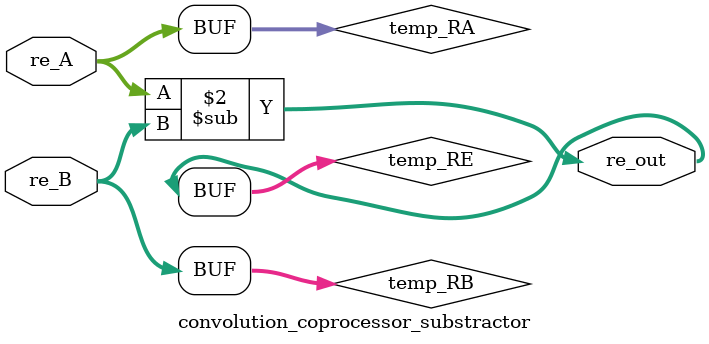
<source format=sv>
`timescale 1ns / 1ps
/*	
   ===================================================================
   Module Name  : Real substractor
      
   Filename     : realAdder.v
   Type         : Verilog Module
   
   Description  : 
                  real adder with independent buses for real and imaginary parts.
                  Input    :  "DATA_WIDTH" length word in 2's complement representation.
                  Output   :  "DATA_WIDTH" length word in 2's complement representation.
                  
                  Designer must take care of overflow. 
                  We recommend to instantiate a "DATA WIDTH" length adder for "DATA WIDTH-1" length inputs.
                  
   -----------------------------------------------------------------------------
   Clocks      : -
   Reset       : -
   Parameters  :   
         NAME                         Comments                                            Default
         -------------------------------------------------------------------------------------------
         DATA_WIDTH              Number of data bits for inputs and outputs               22 
         -------------------------------------------------------------------------------------------
   Version     : 1.0
   Data        : 14 Nov 2018
   Revision    : -
   Reviser     : -		
   ------------------------------------------------------------------------------
      Modification Log "please register all the modifications in this area"
      (D/M/Y)  
      
   ----------------------
   // Instance template
   ----------------------
   realAdder
   #(
      .DATA_WIDTH    ()
   )
   "MODULE_NAME"
   (
       .re_A      (),
       .re_B      (),
       .re_out    ()
   );
*/


module convolution_coprocessor_substractor
#(
   parameter DATA_WIDTH = 22)
(
    input  [DATA_WIDTH-1 : 0] re_A,
	input  [DATA_WIDTH-1 : 0] re_B,
    output [DATA_WIDTH-1 : 0] re_out
);
	
	reg signed [DATA_WIDTH -1: 0] temp_RA;
	reg signed [DATA_WIDTH -1: 0] temp_RB;
	
	wire signed [DATA_WIDTH-1: 0] temp_RE;
	
	always@(re_A, re_B)
	begin
		temp_RA = re_A;
		temp_RB = re_B;
	end 
	
	assign temp_RE = temp_RA - temp_RB;
	
	assign re_out = temp_RE;
endmodule
</source>
